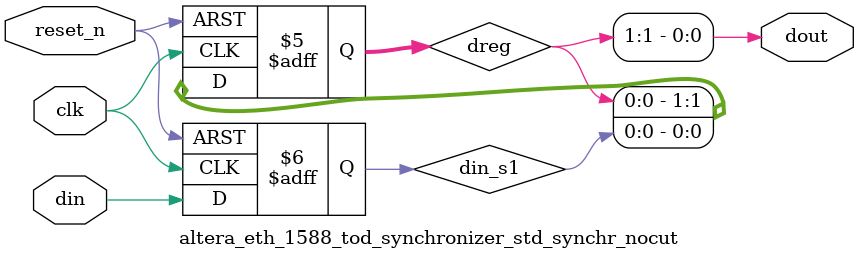
<source format=v>


`timescale 1ns / 1ns

module altera_eth_1588_tod_synchronizer_std_synchr_nocut (
                                clk, 
                                reset_n, 
                                din, 
                                dout
                                );

   parameter depth = 3; // This value must be >= 2 !
   parameter rst_value = 0;     
   parameter turn_off_meta = 0;
     
   input   clk;
   input   reset_n;    
   input   din;
   output  dout;
   
   // QuartusII synthesis directives:
   //     1. Preserve all registers ie. do not touch them.
   //     2. Do not merge other flip-flops with synchronizer flip-flops.
   // QuartusII TimeQuest directives:
   //     1. Identify all flip-flops in this module as members of the synchronizer 
   //        to enable automatic metastability MTBF analysis.

   (* altera_attribute = {"-name ADV_NETLIST_OPT_ALLOWED NEVER_ALLOW; -name SYNCHRONIZER_IDENTIFICATION FORCED; -name DONT_MERGE_REGISTER ON; -name PRESERVE_REGISTER ON  "} *) reg din_s1;

   (* altera_attribute = {"-name ADV_NETLIST_OPT_ALLOWED NEVER_ALLOW; -name DONT_MERGE_REGISTER ON; -name PRESERVE_REGISTER ON"} *) reg [depth-2:0] dreg;    
   
   //synthesis translate_off
   `ifndef QUARTUS_CDC
   initial begin
      if (depth <2) begin
         $display("%m: Error: synchronizer length: %0d less than 2.", depth);
      end
   end
   `endif 

   // the first synchronizer register is either a simple D flop for synthesis
   // and non-metastable simulation or a D flop with a method to inject random
   // metastable events resulting in random delay of [0,1] cycles
   
`ifdef __ALTERA_STD__METASTABLE_SIM

   reg[31:0]  RANDOM_SEED = 123456;      
   wire  next_din_s1;
   wire  dout;
   reg   din_last;
   reg          random;
   event metastable_event; // hook for debug monitoring

   initial begin
      $display("%m: Info: Metastable event injection simulation mode enabled");
   end
   
   always @(posedge clk) begin
      if (reset_n == 0)
        random <= $random(RANDOM_SEED);
      else
        random <= $random;
   end

   generate if (turn_off_meta == 1) begin: g_meta_off
      assign next_din_s1 = din;   
   end
   else begin: g_meta
      assign next_din_s1 = (din_last ^ din) ? random : din;   
   end
   endgenerate

   always @(posedge clk or negedge reset_n) begin
       if (reset_n == 0) 
         din_last <= (rst_value == 0)? 1'b0 : 1'b1;
       else
         din_last <= din;
   end

   always @(posedge clk or negedge reset_n) begin
       if (reset_n == 0) 
         din_s1 <= (rst_value == 0)? 1'b0 : 1'b1;
       else
         din_s1 <= next_din_s1;
   end
   
`else 

   //synthesis translate_on   
   generate if (rst_value == 0)
       always @(posedge clk or negedge reset_n) begin
           if (reset_n == 0) 
             din_s1 <= 1'b0;
           else
             din_s1 <= din;
       end
   endgenerate
   
   generate if (rst_value == 1)
       always @(posedge clk or negedge reset_n) begin
           if (reset_n == 0) 
             din_s1 <= 1'b1;
           else
             din_s1 <= din;
       end
   endgenerate
   //synthesis translate_off      

`endif

`ifdef __ALTERA_STD__METASTABLE_SIM_VERBOSE
   always @(*) begin
      if (reset_n && (din_last != din) && (random != din)) begin
         $display("%m: Verbose Info: metastable event @ time %t", $time);
         ->metastable_event;
      end
   end      
`endif

   //synthesis translate_on

   // the remaining synchronizer registers form a simple shift register
   // of length depth-1
   generate if (rst_value == 0)
      if (depth < 3) begin
         always @(posedge clk or negedge reset_n) begin
            if (reset_n == 0) 
              dreg <= {depth-1{1'b0}};            
            else
              dreg <= din_s1;
         end         
      end else begin
         always @(posedge clk or negedge reset_n) begin
            if (reset_n == 0) 
              dreg <= {depth-1{1'b0}};
            else
              dreg <= {dreg[depth-3:0], din_s1};
         end
      end
   endgenerate
   
   generate if (rst_value == 1)
      if (depth < 3) begin
         always @(posedge clk or negedge reset_n) begin
            if (reset_n == 0) 
              dreg <= {depth-1{1'b1}};            
            else
              dreg <= din_s1;
         end         
      end else begin
         always @(posedge clk or negedge reset_n) begin
            if (reset_n == 0) 
              dreg <= {depth-1{1'b1}};
            else
              dreg <= {dreg[depth-3:0], din_s1};
         end
      end
   endgenerate

   assign dout = dreg[depth-2];
   
endmodule 


                        
`ifdef QUESTA_INTEL_OEM
`pragma questa_oem_00 "+YpNHmtau3q/G9zvTVrrjXT1NawmyJsdh8b9V4zvZ4gGFRbaV3gaHrKQRDjvWi4+TyCtrfghk7XdTmMCkfW/30wuATYiMWnr5poKrtQrE7N4pe4pls6VtoUltiTbqApT13XCAZF74HaDlIf7S6QBhwlfXy3ES76txYf6CVpYOT0UHkIwbJzueqSG4/C77lo/uf60eYle79YFLpuGjoKMCKn0d+4CNKltPedcRwuPW1SRLP9UmAcBXoCSoIn5iJeOMDmEiZ/JGHnEAsRP50qNpUF/EOUaonAN0txriyKtERJoHG4q3roVV3BnRwKz8h3tBPMjSkQBjYNQp8OmUYj/kw8D33uju+dcpun6dP2czScOnVpKiRiB/dtb7tP0Ds7vqn5OpAwG/5HvgyEAvGYK9Gpdsndn6FFSFbDDPkmJvgP3vNMq+FFYEoNHi8uMVS4HywveZLm6SXVnm7rlDB/bxGOUApTvEpLEn1cJDJ85fFXAGbimxPjpsl2TYTEXkE3X3wmFQ2hcPW082a7simlgtTqxZ/QxLu+tJDJbHtBqaY10vwRCb58sMld+fnD5B7ZeldED+WejxjIYtZsSJEAIIm0phsTg3/WL9ikhDhuAt92J0m6kXeRxGCD1sI+9NkOm1KEGXJ+Ik6cVgu+pJ8JtiYGPOk5drh7ZeU8jtmMfJwGZZ9pc5mv+C5nmwcFBauYvqvLV+bitgOnMpQsuIPoWCWqfDtHNFVB4XFwDjpq0gxCUXUh5xXUROEx9BXiRMmNCV9NJyPwRL7JV/D59pgvmunvoHX8jE7zqFSrhiDS7QN/oASSUkzFRgiMA3yt6wGj86FZKaiw4ChIv3K8sYYYotl57IsVebJZ0BSqP+dsbDetlvY+dRFIeGNS/mHfhkag5ijF6dkTYCwkQeuQa2nRb9a7iHysPsWdxsku5tFh5Lg4Q4iE5ThdeHrUzvgaWBhW1gDOYP/+kNZlb1fWGoBja4VG8HcFzsQRUYqMHsIcXSRYgv0hSxRIxSKeR/hg/dnJh"
`endif
</source>
